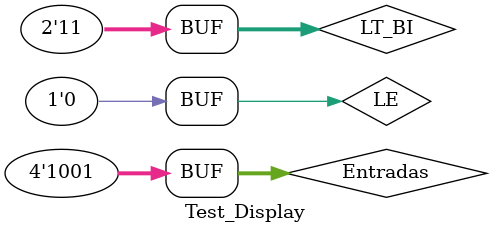
<source format=v>
`timescale 1ns / 1ps


module Test_Display;

	// Inputs
	reg [0:3] Entradas;
	reg [0:1] LT_BI;
	reg LE;

	// Outputs
	wire [0:6] Salida;

	// Instantiate the Unit Under Test (UUT)
	Display_7_Seg uut (
		.Entradas(Entradas), 
		.LT_BI(LT_BI), 
		.LE(LE), 
		.Salida(Salida)
	);

	initial begin
		// Initialize Inputs
		Entradas = 0;
		LT_BI = 0;
		LE = 0;

		// Wait 100 ns for global reset to finish
			#50;
      	Entradas = 4'b0000;
			LT_BI = 2'b00;
			LE = 0;
			#50;
      	Entradas = 4'b0000;
			LT_BI = 2'b10;
			LE = 0;
			#50;
      	Entradas = 4'b0000;
			LT_BI = 2'b11;
			LE = 0;
			#50;
      	Entradas = 4'b0001;
			LT_BI = 2'b11;
			LE = 0;
			#50;
      	Entradas = 4'b0010;
			LT_BI = 2'b11;
			LE = 0;
			#50;
      	Entradas = 4'b0011;
			LT_BI = 2'b11;
			LE = 0;
			#50;
			
     		Entradas = 4'b0100;
			LT_BI = 2'b11;
			LE = 0;
			#50;
      	Entradas = 4'b0101;
			LT_BI = 2'b11;
			LE = 0;
			#50;
      	Entradas = 4'b0110;
			LT_BI = 2'b11;
			LE = 0;
			#50;
      	Entradas = 4'b0111;
			LT_BI = 2'b11;
			LE = 0;
			#50;
     		Entradas = 4'b1000;
			LT_BI = 2'b11;
			LE = 0;
			#50;
      	Entradas = 4'b1001;
			LT_BI = 2'b11;
			LE = 0;
			#50;
		end
      
endmodule



</source>
